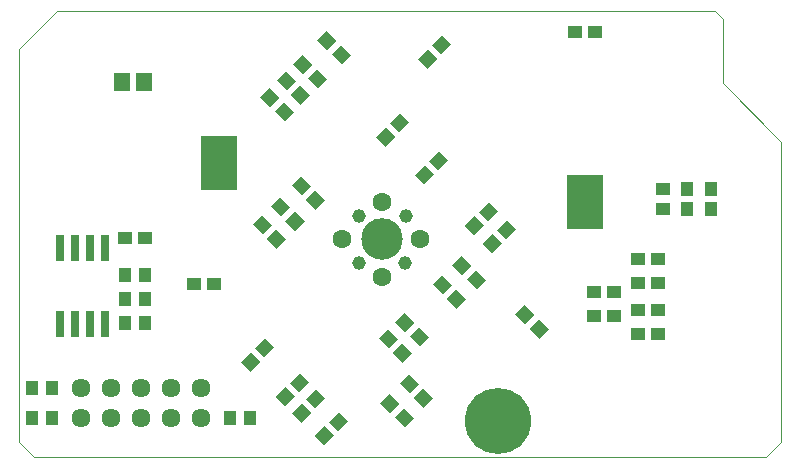
<source format=gbs>
G04 EAGLE Gerber RS-274X export*
G75*
%MOMM*%
%FSLAX34Y34*%
%LPD*%
%INLötstopplack unten*%
%IPPOS*%
%AMOC8*
5,1,8,0,0,1.08239X$1,22.5*%
G01*
%ADD10C,0.000000*%
%ADD11R,1.401600X1.601600*%
%ADD12R,1.201600X1.101600*%
%ADD13R,1.101600X1.201600*%
%ADD14C,1.609600*%
%ADD15R,0.736600X2.260600*%
%ADD16R,3.101600X4.601600*%
%ADD17C,5.601600*%
%ADD18C,1.601600*%
%ADD19C,3.517600*%
%ADD20C,1.151600*%


D10*
X16510Y0D02*
X3810Y12700D01*
X3810Y345440D01*
X35560Y377190D01*
X593090Y377190D01*
X599440Y370840D01*
X599440Y316230D01*
X648970Y266700D01*
X648970Y12700D01*
X636270Y0D02*
X16510Y0D01*
X636270Y0D02*
X648970Y12700D01*
D11*
X109830Y317500D03*
X90830Y317500D03*
D12*
G36*
X203607Y92017D02*
X212103Y100513D01*
X219893Y92723D01*
X211397Y84227D01*
X203607Y92017D01*
G37*
G36*
X191587Y79997D02*
X200083Y88493D01*
X207873Y80703D01*
X199377Y72207D01*
X191587Y79997D01*
G37*
G36*
X346017Y58013D02*
X354513Y49517D01*
X346723Y41727D01*
X338227Y50223D01*
X346017Y58013D01*
G37*
G36*
X333997Y70033D02*
X342493Y61537D01*
X334703Y53747D01*
X326207Y62243D01*
X333997Y70033D01*
G37*
G36*
X342207Y110083D02*
X350703Y101587D01*
X342913Y93797D01*
X334417Y102293D01*
X342207Y110083D01*
G37*
G36*
X330187Y122103D02*
X338683Y113607D01*
X330893Y105817D01*
X322397Y114313D01*
X330187Y122103D01*
G37*
G36*
X373957Y141833D02*
X382453Y133337D01*
X374663Y125547D01*
X366167Y134043D01*
X373957Y141833D01*
G37*
G36*
X361937Y153853D02*
X370433Y145357D01*
X362643Y137567D01*
X354147Y146063D01*
X361937Y153853D01*
G37*
G36*
X432493Y112167D02*
X423997Y120663D01*
X431787Y128453D01*
X440283Y119957D01*
X432493Y112167D01*
G37*
G36*
X444513Y100147D02*
X436017Y108643D01*
X443807Y116433D01*
X452303Y107937D01*
X444513Y100147D01*
G37*
G36*
X392837Y207587D02*
X401333Y216083D01*
X409123Y208293D01*
X400627Y199797D01*
X392837Y207587D01*
G37*
G36*
X380817Y195567D02*
X389313Y204063D01*
X397103Y196273D01*
X388607Y187777D01*
X380817Y195567D01*
G37*
G36*
X350927Y250767D02*
X359423Y259263D01*
X367213Y251473D01*
X358717Y242977D01*
X350927Y250767D01*
G37*
G36*
X338907Y238747D02*
X347403Y247243D01*
X355193Y239453D01*
X346697Y230957D01*
X338907Y238747D01*
G37*
G36*
X241877Y314553D02*
X250373Y306057D01*
X242583Y298267D01*
X234087Y306763D01*
X241877Y314553D01*
G37*
G36*
X229857Y326573D02*
X238353Y318077D01*
X230563Y310287D01*
X222067Y318783D01*
X229857Y326573D01*
G37*
G36*
X227907Y300583D02*
X236403Y292087D01*
X228613Y284297D01*
X220117Y292793D01*
X227907Y300583D01*
G37*
G36*
X215887Y312603D02*
X224383Y304107D01*
X216593Y296317D01*
X208097Y304813D01*
X215887Y312603D01*
G37*
G36*
X243263Y221387D02*
X234767Y229883D01*
X242557Y237673D01*
X251053Y229177D01*
X243263Y221387D01*
G37*
G36*
X255283Y209367D02*
X246787Y217863D01*
X254577Y225653D01*
X263073Y217157D01*
X255283Y209367D01*
G37*
G36*
X210243Y188367D02*
X201747Y196863D01*
X209537Y204653D01*
X218033Y196157D01*
X210243Y188367D01*
G37*
G36*
X222263Y176347D02*
X213767Y184843D01*
X221557Y192633D01*
X230053Y184137D01*
X222263Y176347D01*
G37*
G36*
X232817Y62807D02*
X241313Y71303D01*
X249103Y63513D01*
X240607Y55017D01*
X232817Y62807D01*
G37*
G36*
X220797Y50787D02*
X229293Y59283D01*
X237083Y51493D01*
X228587Y42997D01*
X220797Y50787D01*
G37*
X168520Y146050D03*
X151520Y146050D03*
G36*
X246787Y48837D02*
X255283Y57333D01*
X263073Y49543D01*
X254577Y41047D01*
X246787Y48837D01*
G37*
G36*
X234767Y36817D02*
X243263Y45313D01*
X251053Y37523D01*
X242557Y29027D01*
X234767Y36817D01*
G37*
G36*
X328237Y96113D02*
X336733Y87617D01*
X328943Y79827D01*
X320447Y88323D01*
X328237Y96113D01*
G37*
G36*
X316217Y108133D02*
X324713Y99637D01*
X316923Y91847D01*
X308427Y100343D01*
X316217Y108133D01*
G37*
G36*
X390467Y158343D02*
X398963Y149847D01*
X391173Y142057D01*
X382677Y150553D01*
X390467Y158343D01*
G37*
G36*
X378447Y170363D02*
X386943Y161867D01*
X379153Y154077D01*
X370657Y162573D01*
X378447Y170363D01*
G37*
G36*
X408077Y192347D02*
X416573Y200843D01*
X424363Y193053D01*
X415867Y184557D01*
X408077Y192347D01*
G37*
G36*
X396057Y180327D02*
X404553Y188823D01*
X412343Y181033D01*
X403847Y172537D01*
X396057Y180327D01*
G37*
G36*
X317907Y282517D02*
X326403Y291013D01*
X334193Y283223D01*
X325697Y274727D01*
X317907Y282517D01*
G37*
G36*
X305887Y270497D02*
X314383Y278993D01*
X322173Y271203D01*
X313677Y262707D01*
X305887Y270497D01*
G37*
G36*
X255847Y328523D02*
X264343Y320027D01*
X256553Y312237D01*
X248057Y320733D01*
X255847Y328523D01*
G37*
G36*
X243827Y340543D02*
X252323Y332047D01*
X244533Y324257D01*
X236037Y332753D01*
X243827Y340543D01*
G37*
G36*
X225737Y203607D02*
X217241Y212103D01*
X225031Y219893D01*
X233527Y211397D01*
X225737Y203607D01*
G37*
G36*
X237757Y191587D02*
X229261Y200083D01*
X237051Y207873D01*
X245547Y199377D01*
X237757Y191587D01*
G37*
G36*
X318193Y37237D02*
X309697Y45733D01*
X317487Y53523D01*
X325983Y45027D01*
X318193Y37237D01*
G37*
G36*
X330213Y25217D02*
X321717Y33713D01*
X329507Y41503D01*
X338003Y33007D01*
X330213Y25217D01*
G37*
G36*
X276258Y348752D02*
X284754Y340256D01*
X276964Y332466D01*
X268468Y340962D01*
X276258Y348752D01*
G37*
G36*
X264237Y360773D02*
X272733Y352277D01*
X264943Y344487D01*
X256447Y352983D01*
X264237Y360773D01*
G37*
G36*
X265837Y29787D02*
X274333Y38283D01*
X282123Y30493D01*
X273627Y21997D01*
X265837Y29787D01*
G37*
G36*
X253817Y17767D02*
X262313Y26263D01*
X270103Y18473D01*
X261607Y9977D01*
X253817Y17767D01*
G37*
G36*
X357733Y337243D02*
X349237Y328747D01*
X341447Y336537D01*
X349943Y345033D01*
X357733Y337243D01*
G37*
G36*
X369753Y349263D02*
X361257Y340767D01*
X353467Y348557D01*
X361963Y357053D01*
X369753Y349263D01*
G37*
X490610Y119380D03*
X507610Y119380D03*
X490610Y139700D03*
X507610Y139700D03*
X544440Y104140D03*
X527440Y104140D03*
X544440Y124460D03*
X527440Y124460D03*
X544440Y147320D03*
X527440Y147320D03*
X544440Y167640D03*
X527440Y167640D03*
D13*
X589280Y226940D03*
X589280Y209940D03*
X568960Y226940D03*
X568960Y209940D03*
D12*
X474100Y359410D03*
X491100Y359410D03*
X93100Y185420D03*
X110100Y185420D03*
D13*
X93100Y133350D03*
X110100Y133350D03*
X31360Y58420D03*
X14360Y58420D03*
X31360Y33020D03*
X14360Y33020D03*
X182000Y33020D03*
X199000Y33020D03*
X93100Y113030D03*
X110100Y113030D03*
D12*
X548640Y209940D03*
X548640Y226940D03*
D13*
X93100Y153670D03*
X110100Y153670D03*
D14*
X55880Y33020D03*
X55880Y58420D03*
X81280Y33020D03*
X81280Y58420D03*
X106680Y33020D03*
X106680Y58420D03*
X132080Y33020D03*
X132080Y58420D03*
X157480Y33020D03*
X157480Y58420D03*
D15*
X76200Y112522D03*
X38100Y177038D03*
X50800Y177038D03*
X63500Y177038D03*
X76200Y177038D03*
X63500Y112522D03*
X50800Y112522D03*
X38100Y112522D03*
D16*
X172720Y248920D03*
X482600Y215900D03*
D17*
X408940Y30480D03*
D18*
X276860Y184150D03*
D19*
X311150Y184150D03*
D20*
X291465Y203835D03*
X291465Y163830D03*
X330835Y163830D03*
X331470Y203835D03*
D18*
X342900Y184150D03*
X311150Y215900D03*
X311150Y152400D03*
M02*

</source>
